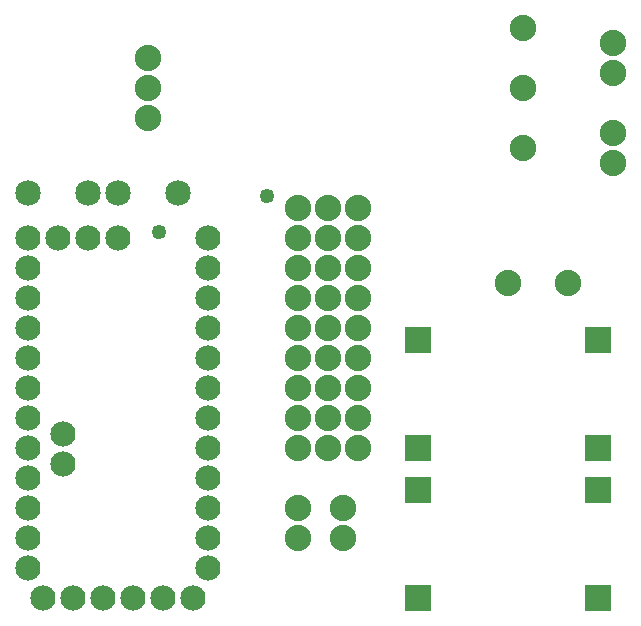
<source format=gts>
G04 MADE WITH FRITZING*
G04 WWW.FRITZING.ORG*
G04 DOUBLE SIDED*
G04 HOLES PLATED*
G04 CONTOUR ON CENTER OF CONTOUR VECTOR*
%ASAXBY*%
%FSLAX23Y23*%
%MOIN*%
%OFA0B0*%
%SFA1.0B1.0*%
%ADD10C,0.088000*%
%ADD11C,0.084000*%
%ADD12C,0.085000*%
%ADD13C,0.049370*%
%ADD14R,0.087630X0.087806*%
%LNMASK1*%
G90*
G70*
G54D10*
X1050Y318D03*
X1050Y318D03*
X1050Y418D03*
X1200Y418D03*
X1200Y418D03*
X1200Y318D03*
X1050Y618D03*
X1150Y618D03*
X1250Y618D03*
G54D11*
X700Y118D03*
X600Y118D03*
X500Y118D03*
X400Y118D03*
X300Y118D03*
X200Y118D03*
X265Y663D03*
X265Y563D03*
X350Y1318D03*
X250Y1318D03*
X150Y218D03*
X150Y318D03*
X150Y418D03*
X150Y518D03*
X150Y618D03*
X150Y718D03*
X150Y818D03*
X150Y918D03*
X150Y1018D03*
X150Y1118D03*
X150Y1218D03*
X150Y1318D03*
X750Y1318D03*
X750Y1218D03*
X750Y1118D03*
X750Y1018D03*
X750Y918D03*
X750Y818D03*
X750Y718D03*
X750Y618D03*
X750Y518D03*
X750Y418D03*
X750Y318D03*
X750Y218D03*
X450Y1318D03*
G54D10*
X2050Y618D03*
X2050Y978D03*
X1450Y978D03*
X1450Y618D03*
X2050Y118D03*
X2050Y478D03*
X1450Y478D03*
X1450Y118D03*
X1800Y2018D03*
X1800Y1818D03*
X1800Y1618D03*
X550Y1918D03*
X550Y1818D03*
X550Y1718D03*
X1050Y718D03*
X1150Y718D03*
X1250Y718D03*
X1050Y818D03*
X1150Y818D03*
X1250Y818D03*
X1050Y918D03*
X1150Y918D03*
X1250Y918D03*
X1050Y1018D03*
X1150Y1018D03*
X1250Y1018D03*
X1050Y1118D03*
X1150Y1118D03*
X1250Y1118D03*
X1050Y1218D03*
X1150Y1218D03*
X1250Y1218D03*
X1050Y1318D03*
X1150Y1318D03*
X1250Y1318D03*
X1050Y1418D03*
X1150Y1418D03*
X1250Y1418D03*
X2100Y1868D03*
X2100Y1968D03*
X1950Y1168D03*
X1750Y1168D03*
X2100Y1668D03*
X2100Y1568D03*
G54D12*
X450Y1468D03*
X650Y1468D03*
X150Y1468D03*
X350Y1468D03*
G54D13*
X588Y1337D03*
X948Y1457D03*
G54D14*
X1450Y978D03*
X1450Y619D03*
X2051Y618D03*
X2050Y978D03*
X1450Y478D03*
X1450Y119D03*
X2051Y118D03*
X2050Y478D03*
G04 End of Mask1*
M02*
</source>
